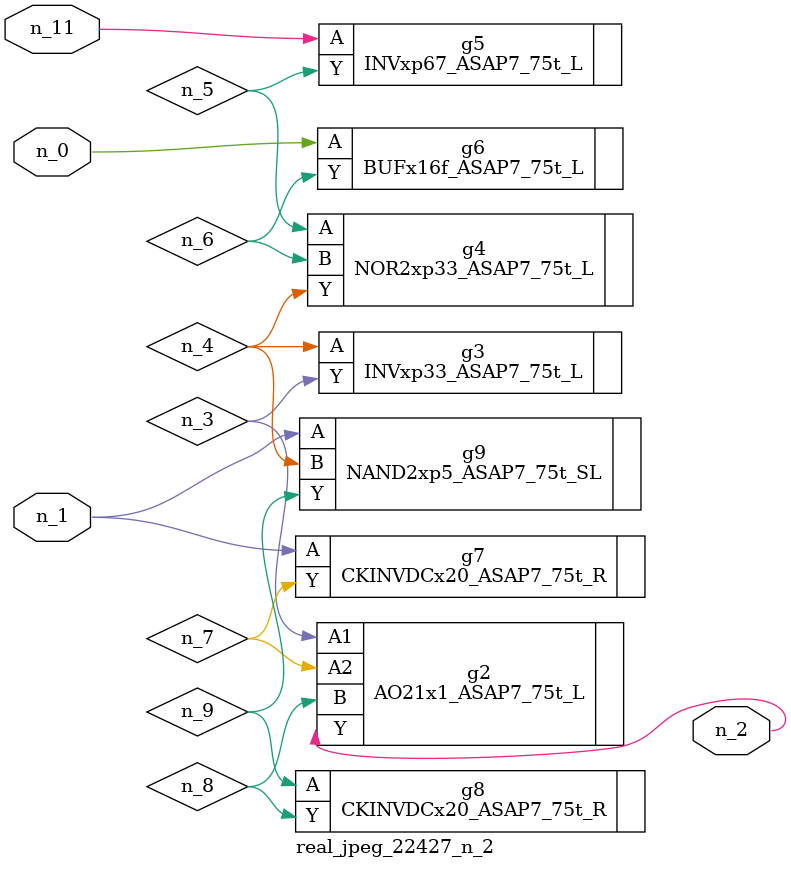
<source format=v>
module real_jpeg_22427_n_2 (n_1, n_11, n_0, n_2);

input n_1;
input n_11;
input n_0;

output n_2;

wire n_5;
wire n_4;
wire n_8;
wire n_6;
wire n_7;
wire n_3;
wire n_9;

BUFx16f_ASAP7_75t_L g6 ( 
.A(n_0),
.Y(n_6)
);

CKINVDCx20_ASAP7_75t_R g7 ( 
.A(n_1),
.Y(n_7)
);

NAND2xp5_ASAP7_75t_SL g9 ( 
.A(n_1),
.B(n_4),
.Y(n_9)
);

AO21x1_ASAP7_75t_L g2 ( 
.A1(n_3),
.A2(n_7),
.B(n_8),
.Y(n_2)
);

INVxp33_ASAP7_75t_L g3 ( 
.A(n_4),
.Y(n_3)
);

NOR2xp33_ASAP7_75t_L g4 ( 
.A(n_5),
.B(n_6),
.Y(n_4)
);

CKINVDCx20_ASAP7_75t_R g8 ( 
.A(n_9),
.Y(n_8)
);

INVxp67_ASAP7_75t_L g5 ( 
.A(n_11),
.Y(n_5)
);


endmodule
</source>
